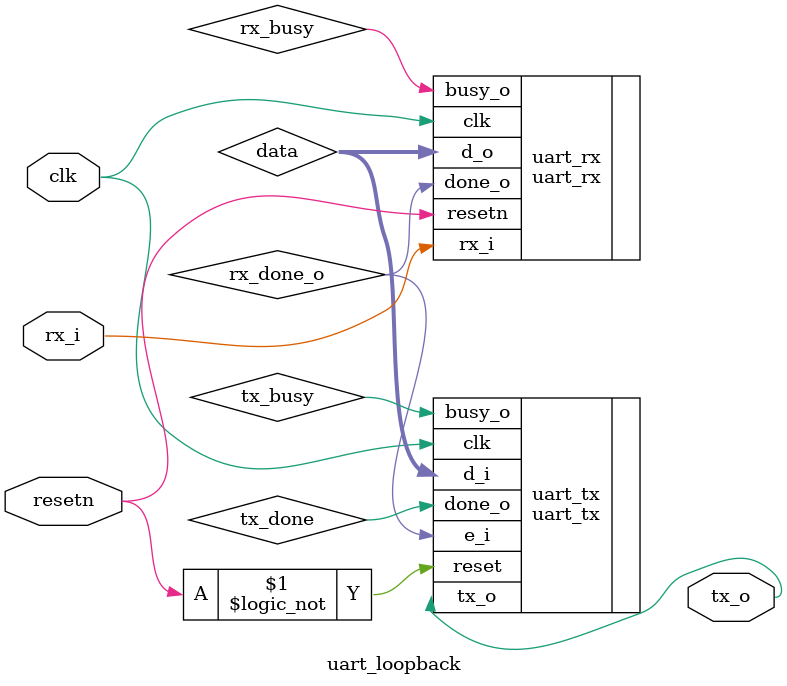
<source format=v>
`timescale 1ns / 1ps

module uart_loopback #(
    parameter CLKS_PER_BIT = 20
) (
    input clk,
    input resetn,

    output tx_o,
    input  rx_i
);
    wire tx_busy;
    wire [7:0] data;
    wire tx_done;

    wire rx_busy;
    wire rx_done_o;
    wire [7:0] rx_d_o;

    uart_tx uart_tx (
        .clk(clk),
        .reset(!resetn),

        .e_i(rx_done_o),
        .d_i(data),

        .tx_o(tx_o),
        .busy_o(tx_busy),
        .done_o(tx_done)
    );

    uart_rx #(
        .CLKS_PER_BIT(CLKS_PER_BIT)
    ) uart_rx (
        .clk(clk),
        .resetn(resetn),

        .rx_i(rx_i),

        .d_o(data),
        .busy_o(rx_busy),
        .done_o(rx_done_o)
    );
endmodule

</source>
